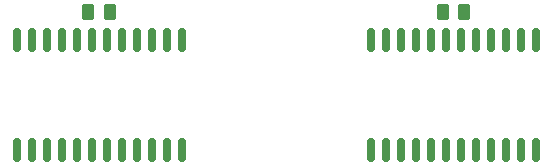
<source format=gbr>
%TF.GenerationSoftware,KiCad,Pcbnew,(6.0.9)*%
%TF.CreationDate,2023-04-12T13:33:38+10:00*%
%TF.ProjectId,VisorPlate2.0,5669736f-7250-46c6-9174-65322e302e6b,rev?*%
%TF.SameCoordinates,Original*%
%TF.FileFunction,Paste,Bot*%
%TF.FilePolarity,Positive*%
%FSLAX46Y46*%
G04 Gerber Fmt 4.6, Leading zero omitted, Abs format (unit mm)*
G04 Created by KiCad (PCBNEW (6.0.9)) date 2023-04-12 13:33:38*
%MOMM*%
%LPD*%
G01*
G04 APERTURE LIST*
G04 Aperture macros list*
%AMRoundRect*
0 Rectangle with rounded corners*
0 $1 Rounding radius*
0 $2 $3 $4 $5 $6 $7 $8 $9 X,Y pos of 4 corners*
0 Add a 4 corners polygon primitive as box body*
4,1,4,$2,$3,$4,$5,$6,$7,$8,$9,$2,$3,0*
0 Add four circle primitives for the rounded corners*
1,1,$1+$1,$2,$3*
1,1,$1+$1,$4,$5*
1,1,$1+$1,$6,$7*
1,1,$1+$1,$8,$9*
0 Add four rect primitives between the rounded corners*
20,1,$1+$1,$2,$3,$4,$5,0*
20,1,$1+$1,$4,$5,$6,$7,0*
20,1,$1+$1,$6,$7,$8,$9,0*
20,1,$1+$1,$8,$9,$2,$3,0*%
G04 Aperture macros list end*
%ADD10RoundRect,0.150000X0.150000X-0.875000X0.150000X0.875000X-0.150000X0.875000X-0.150000X-0.875000X0*%
%ADD11RoundRect,0.250000X-0.262500X-0.450000X0.262500X-0.450000X0.262500X0.450000X-0.262500X0.450000X0*%
G04 APERTURE END LIST*
D10*
%TO.C,U3*%
X151985000Y-75650000D03*
X150715000Y-75650000D03*
X149445000Y-75650000D03*
X148175000Y-75650000D03*
X146905000Y-75650000D03*
X145635000Y-75650000D03*
X144365000Y-75650000D03*
X143095000Y-75650000D03*
X141825000Y-75650000D03*
X140555000Y-75650000D03*
X139285000Y-75650000D03*
X138015000Y-75650000D03*
X138015000Y-66350000D03*
X139285000Y-66350000D03*
X140555000Y-66350000D03*
X141825000Y-66350000D03*
X143095000Y-66350000D03*
X144365000Y-66350000D03*
X145635000Y-66350000D03*
X146905000Y-66350000D03*
X148175000Y-66350000D03*
X149445000Y-66350000D03*
X150715000Y-66350000D03*
X151985000Y-66350000D03*
%TD*%
%TO.C,U1*%
X121985000Y-75650000D03*
X120715000Y-75650000D03*
X119445000Y-75650000D03*
X118175000Y-75650000D03*
X116905000Y-75650000D03*
X115635000Y-75650000D03*
X114365000Y-75650000D03*
X113095000Y-75650000D03*
X111825000Y-75650000D03*
X110555000Y-75650000D03*
X109285000Y-75650000D03*
X108015000Y-75650000D03*
X108015000Y-66350000D03*
X109285000Y-66350000D03*
X110555000Y-66350000D03*
X111825000Y-66350000D03*
X113095000Y-66350000D03*
X114365000Y-66350000D03*
X115635000Y-66350000D03*
X116905000Y-66350000D03*
X118175000Y-66350000D03*
X119445000Y-66350000D03*
X120715000Y-66350000D03*
X121985000Y-66350000D03*
%TD*%
D11*
%TO.C,R1*%
X114087500Y-64000000D03*
X115912500Y-64000000D03*
%TD*%
%TO.C,R2*%
X144087500Y-64000000D03*
X145912500Y-64000000D03*
%TD*%
M02*

</source>
